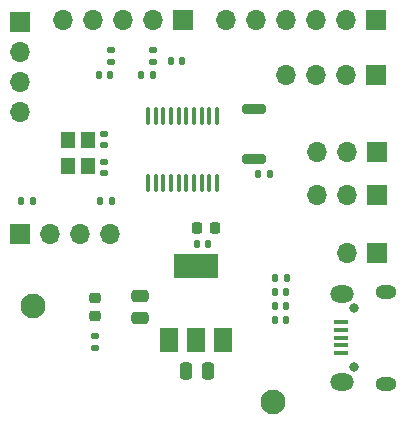
<source format=gbr>
%TF.GenerationSoftware,KiCad,Pcbnew,7.0.6*%
%TF.CreationDate,2023-07-29T21:44:08+03:00*%
%TF.ProjectId,cat-toy-stm-c0,6361742d-746f-4792-9d73-746d2d63302e,rev?*%
%TF.SameCoordinates,Original*%
%TF.FileFunction,Soldermask,Top*%
%TF.FilePolarity,Negative*%
%FSLAX46Y46*%
G04 Gerber Fmt 4.6, Leading zero omitted, Abs format (unit mm)*
G04 Created by KiCad (PCBNEW 7.0.6) date 2023-07-29 21:44:08*
%MOMM*%
%LPD*%
G01*
G04 APERTURE LIST*
G04 Aperture macros list*
%AMRoundRect*
0 Rectangle with rounded corners*
0 $1 Rounding radius*
0 $2 $3 $4 $5 $6 $7 $8 $9 X,Y pos of 4 corners*
0 Add a 4 corners polygon primitive as box body*
4,1,4,$2,$3,$4,$5,$6,$7,$8,$9,$2,$3,0*
0 Add four circle primitives for the rounded corners*
1,1,$1+$1,$2,$3*
1,1,$1+$1,$4,$5*
1,1,$1+$1,$6,$7*
1,1,$1+$1,$8,$9*
0 Add four rect primitives between the rounded corners*
20,1,$1+$1,$2,$3,$4,$5,0*
20,1,$1+$1,$4,$5,$6,$7,0*
20,1,$1+$1,$6,$7,$8,$9,0*
20,1,$1+$1,$8,$9,$2,$3,0*%
G04 Aperture macros list end*
%ADD10C,2.100000*%
%ADD11R,1.200000X1.400000*%
%ADD12RoundRect,0.135000X0.185000X-0.135000X0.185000X0.135000X-0.185000X0.135000X-0.185000X-0.135000X0*%
%ADD13RoundRect,0.140000X-0.140000X-0.170000X0.140000X-0.170000X0.140000X0.170000X-0.140000X0.170000X0*%
%ADD14R,1.700000X1.700000*%
%ADD15O,1.700000X1.700000*%
%ADD16RoundRect,0.135000X0.135000X0.185000X-0.135000X0.185000X-0.135000X-0.185000X0.135000X-0.185000X0*%
%ADD17RoundRect,0.140000X0.170000X-0.140000X0.170000X0.140000X-0.170000X0.140000X-0.170000X-0.140000X0*%
%ADD18RoundRect,0.218750X0.256250X-0.218750X0.256250X0.218750X-0.256250X0.218750X-0.256250X-0.218750X0*%
%ADD19RoundRect,0.225000X-0.225000X-0.250000X0.225000X-0.250000X0.225000X0.250000X-0.225000X0.250000X0*%
%ADD20R,1.500000X2.000000*%
%ADD21R,3.800000X2.000000*%
%ADD22RoundRect,0.200000X-0.800000X0.200000X-0.800000X-0.200000X0.800000X-0.200000X0.800000X0.200000X0*%
%ADD23RoundRect,0.140000X0.140000X0.170000X-0.140000X0.170000X-0.140000X-0.170000X0.140000X-0.170000X0*%
%ADD24RoundRect,0.135000X-0.135000X-0.185000X0.135000X-0.185000X0.135000X0.185000X-0.135000X0.185000X0*%
%ADD25RoundRect,0.100000X0.100000X-0.637500X0.100000X0.637500X-0.100000X0.637500X-0.100000X-0.637500X0*%
%ADD26O,0.800000X0.800000*%
%ADD27R,1.300000X0.450000*%
%ADD28O,1.800000X1.150000*%
%ADD29O,2.000000X1.450000*%
%ADD30RoundRect,0.250000X0.250000X0.475000X-0.250000X0.475000X-0.250000X-0.475000X0.250000X-0.475000X0*%
%ADD31RoundRect,0.135000X-0.185000X0.135000X-0.185000X-0.135000X0.185000X-0.135000X0.185000X0.135000X0*%
%ADD32RoundRect,0.250000X-0.475000X0.250000X-0.475000X-0.250000X0.475000X-0.250000X0.475000X0.250000X0*%
G04 APERTURE END LIST*
D10*
%TO.C,H2*%
X171250000Y-96400000D03*
%TD*%
%TO.C,H1*%
X191600000Y-104550000D03*
%TD*%
D11*
%TO.C,Y1*%
X175900000Y-84550000D03*
X175900000Y-82350000D03*
X174200000Y-82350000D03*
X174200000Y-84550000D03*
%TD*%
D12*
%TO.C,R4*%
X181400000Y-75720000D03*
X181400000Y-74700000D03*
%TD*%
D13*
%TO.C,C12*%
X182920000Y-75600000D03*
X183880000Y-75600000D03*
%TD*%
D14*
%TO.C,J6*%
X170180000Y-90300000D03*
D15*
X172720000Y-90300000D03*
X175260000Y-90300000D03*
X177800000Y-90300000D03*
%TD*%
D16*
%TO.C,R3*%
X177960000Y-87450000D03*
X176940000Y-87450000D03*
%TD*%
D17*
%TO.C,C11*%
X177300000Y-82760000D03*
X177300000Y-81800000D03*
%TD*%
D18*
%TO.C,D1*%
X176500000Y-97237500D03*
X176500000Y-95662500D03*
%TD*%
D13*
%TO.C,C6*%
X191770000Y-97600000D03*
X192730000Y-97600000D03*
%TD*%
D19*
%TO.C,C8*%
X185120000Y-89800000D03*
X186670000Y-89800000D03*
%TD*%
D20*
%TO.C,U1*%
X182800000Y-99300000D03*
X185100000Y-99300000D03*
D21*
X185100000Y-93000000D03*
D20*
X187400000Y-99300000D03*
%TD*%
D22*
%TO.C,SW1*%
X190020000Y-79700000D03*
X190020000Y-83900000D03*
%TD*%
D23*
%TO.C,C14*%
X177800000Y-76800000D03*
X176840000Y-76800000D03*
%TD*%
D13*
%TO.C,C7*%
X185140000Y-91100000D03*
X186100000Y-91100000D03*
%TD*%
D24*
%TO.C,R2*%
X170240000Y-87450000D03*
X171260000Y-87450000D03*
%TD*%
D13*
%TO.C,C5*%
X191770000Y-96400000D03*
X192730000Y-96400000D03*
%TD*%
D25*
%TO.C,U2*%
X181000000Y-86000000D03*
X181650000Y-86000000D03*
X182300000Y-86000000D03*
X182950000Y-86000000D03*
X183600000Y-86000000D03*
X184250000Y-86000000D03*
X184900000Y-86000000D03*
X185550000Y-86000000D03*
X186200000Y-86000000D03*
X186850000Y-86000000D03*
X186850000Y-80275000D03*
X186200000Y-80275000D03*
X185550000Y-80275000D03*
X184900000Y-80275000D03*
X184250000Y-80275000D03*
X183600000Y-80275000D03*
X182950000Y-80275000D03*
X182300000Y-80275000D03*
X181650000Y-80275000D03*
X181000000Y-80275000D03*
%TD*%
D14*
%TO.C,J1*%
X200380000Y-87000000D03*
D15*
X197840000Y-87000000D03*
X195300000Y-87000000D03*
%TD*%
D12*
%TO.C,R5*%
X177840000Y-75710000D03*
X177840000Y-74690000D03*
%TD*%
D14*
%TO.C,J3*%
X200300000Y-76800000D03*
D15*
X197760000Y-76800000D03*
X195220000Y-76800000D03*
X192680000Y-76800000D03*
%TD*%
%TO.C,J4*%
X187600000Y-72200000D03*
X190140000Y-72200000D03*
X192680000Y-72200000D03*
X195220000Y-72200000D03*
X197760000Y-72200000D03*
D14*
X200300000Y-72200000D03*
%TD*%
%TO.C,J9*%
X200400000Y-91900000D03*
D15*
X197860000Y-91900000D03*
%TD*%
D13*
%TO.C,C3*%
X191780000Y-94000000D03*
X192740000Y-94000000D03*
%TD*%
D26*
%TO.C,J8*%
X198450000Y-101575000D03*
X198450000Y-96575000D03*
D27*
X197350000Y-100375000D03*
X197350000Y-99725000D03*
X197350000Y-99075000D03*
X197350000Y-98425000D03*
X197350000Y-97775000D03*
D28*
X201200000Y-102950000D03*
D29*
X197400000Y-102800000D03*
X197400000Y-95350000D03*
D28*
X201200000Y-95200000D03*
%TD*%
D13*
%TO.C,C9*%
X190340000Y-85200000D03*
X191300000Y-85200000D03*
%TD*%
%TO.C,C4*%
X191770000Y-95200000D03*
X192730000Y-95200000D03*
%TD*%
D15*
%TO.C,J5*%
X170150000Y-79950000D03*
X170150000Y-77410000D03*
X170150000Y-74870000D03*
D14*
X170150000Y-72330000D03*
%TD*%
%TO.C,J7*%
X183960000Y-72200000D03*
D15*
X181420000Y-72200000D03*
X178880000Y-72200000D03*
X176340000Y-72200000D03*
X173800000Y-72200000D03*
%TD*%
D23*
%TO.C,C13*%
X181400000Y-76800000D03*
X180440000Y-76800000D03*
%TD*%
D30*
%TO.C,C1*%
X186100000Y-101900000D03*
X184200000Y-101900000D03*
%TD*%
D31*
%TO.C,R1*%
X176500000Y-98890000D03*
X176500000Y-99910000D03*
%TD*%
D14*
%TO.C,J2*%
X200380000Y-83350000D03*
D15*
X197840000Y-83350000D03*
X195300000Y-83350000D03*
%TD*%
D32*
%TO.C,C2*%
X180300000Y-95500000D03*
X180300000Y-97400000D03*
%TD*%
D17*
%TO.C,C10*%
X177300000Y-85110000D03*
X177300000Y-84150000D03*
%TD*%
M02*

</source>
